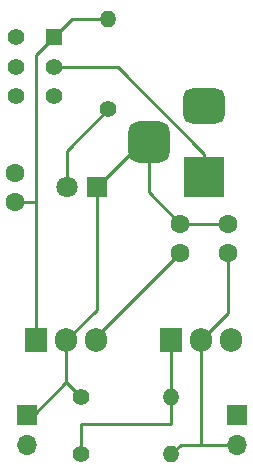
<source format=gbr>
%TF.GenerationSoftware,KiCad,Pcbnew,7.0.10*%
%TF.CreationDate,2024-02-03T20:27:23+03:00*%
%TF.ProjectId,PowerSupply,506f7765-7253-4757-9070-6c792e6b6963,1*%
%TF.SameCoordinates,Original*%
%TF.FileFunction,Copper,L1,Top*%
%TF.FilePolarity,Positive*%
%FSLAX46Y46*%
G04 Gerber Fmt 4.6, Leading zero omitted, Abs format (unit mm)*
G04 Created by KiCad (PCBNEW 7.0.10) date 2024-02-03 20:27:23*
%MOMM*%
%LPD*%
G01*
G04 APERTURE LIST*
G04 Aperture macros list*
%AMRoundRect*
0 Rectangle with rounded corners*
0 $1 Rounding radius*
0 $2 $3 $4 $5 $6 $7 $8 $9 X,Y pos of 4 corners*
0 Add a 4 corners polygon primitive as box body*
4,1,4,$2,$3,$4,$5,$6,$7,$8,$9,$2,$3,0*
0 Add four circle primitives for the rounded corners*
1,1,$1+$1,$2,$3*
1,1,$1+$1,$4,$5*
1,1,$1+$1,$6,$7*
1,1,$1+$1,$8,$9*
0 Add four rect primitives between the rounded corners*
20,1,$1+$1,$2,$3,$4,$5,0*
20,1,$1+$1,$4,$5,$6,$7,0*
20,1,$1+$1,$6,$7,$8,$9,0*
20,1,$1+$1,$8,$9,$2,$3,0*%
G04 Aperture macros list end*
%TA.AperFunction,ComponentPad*%
%ADD10R,1.700000X1.700000*%
%TD*%
%TA.AperFunction,ComponentPad*%
%ADD11O,1.700000X1.700000*%
%TD*%
%TA.AperFunction,ComponentPad*%
%ADD12O,1.905000X2.000000*%
%TD*%
%TA.AperFunction,ComponentPad*%
%ADD13R,1.905000X2.000000*%
%TD*%
%TA.AperFunction,ComponentPad*%
%ADD14C,1.400000*%
%TD*%
%TA.AperFunction,ComponentPad*%
%ADD15R,1.400000X1.400000*%
%TD*%
%TA.AperFunction,ComponentPad*%
%ADD16O,1.400000X1.400000*%
%TD*%
%TA.AperFunction,ComponentPad*%
%ADD17RoundRect,0.875000X-0.875000X0.875000X-0.875000X-0.875000X0.875000X-0.875000X0.875000X0.875000X0*%
%TD*%
%TA.AperFunction,ComponentPad*%
%ADD18RoundRect,0.750000X-1.000000X0.750000X-1.000000X-0.750000X1.000000X-0.750000X1.000000X0.750000X0*%
%TD*%
%TA.AperFunction,ComponentPad*%
%ADD19R,3.500000X3.500000*%
%TD*%
%TA.AperFunction,ComponentPad*%
%ADD20R,1.800000X1.800000*%
%TD*%
%TA.AperFunction,ComponentPad*%
%ADD21C,1.800000*%
%TD*%
%TA.AperFunction,ComponentPad*%
%ADD22C,1.600000*%
%TD*%
%TA.AperFunction,Conductor*%
%ADD23C,0.250000*%
%TD*%
G04 APERTURE END LIST*
D10*
%TO.P,J3,1,Pin_1*%
%TO.N,GND*%
X170434000Y-139187000D03*
D11*
%TO.P,J3,2,Pin_2*%
%TO.N,/3.3V*%
X170434000Y-141727000D03*
%TD*%
%TO.P,J2,2,Pin_2*%
%TO.N,/5V*%
X152654000Y-141727000D03*
D10*
%TO.P,J2,1,Pin_1*%
%TO.N,GND*%
X152654000Y-139187000D03*
%TD*%
D12*
%TO.P,U2,3,VI*%
%TO.N,/12V*%
X169926000Y-132771000D03*
%TO.P,U2,2,VO*%
%TO.N,/3.3V*%
X167386000Y-132771000D03*
D13*
%TO.P,U2,1,ADJ*%
%TO.N,Net-(U2-ADJ)*%
X164846000Y-132771000D03*
%TD*%
D12*
%TO.P,U1,3,VO*%
%TO.N,/5V*%
X158496000Y-132771000D03*
%TO.P,U1,2,GND*%
%TO.N,GND*%
X155956000Y-132771000D03*
D13*
%TO.P,U1,1,VI*%
%TO.N,/12V*%
X153416000Y-132771000D03*
%TD*%
D14*
%TO.P,SW1,6*%
%TO.N,N/C*%
X151640000Y-112188000D03*
%TO.P,SW1,5*%
X151640000Y-109688000D03*
%TO.P,SW1,4*%
X151640000Y-107188000D03*
%TO.P,SW1,3,C*%
%TO.N,unconnected-(SW1A-C-Pad3)*%
X154940000Y-112188000D03*
%TO.P,SW1,2,B*%
%TO.N,Net-(SW1A-B)*%
X154940000Y-109688000D03*
D15*
%TO.P,SW1,1,A*%
%TO.N,/12V*%
X154940000Y-107188000D03*
%TD*%
D14*
%TO.P,R3,1*%
%TO.N,GND*%
X157226000Y-137668000D03*
D16*
%TO.P,R3,2*%
%TO.N,Net-(U2-ADJ)*%
X164846000Y-137668000D03*
%TD*%
D14*
%TO.P,R2,1*%
%TO.N,Net-(D1-A)*%
X159512000Y-113284000D03*
D16*
%TO.P,R2,2*%
%TO.N,/12V*%
X159512000Y-105664000D03*
%TD*%
D14*
%TO.P,R1,1*%
%TO.N,Net-(U2-ADJ)*%
X157226000Y-142494000D03*
D16*
%TO.P,R1,2*%
%TO.N,/3.3V*%
X164846000Y-142494000D03*
%TD*%
D17*
%TO.P,J1,3*%
%TO.N,GND*%
X162940000Y-116030000D03*
D18*
%TO.P,J1,2*%
X167640000Y-113030000D03*
D19*
%TO.P,J1,1*%
%TO.N,Net-(SW1A-B)*%
X167640000Y-119030000D03*
%TD*%
D20*
%TO.P,D1,1,K*%
%TO.N,GND*%
X158501000Y-119888000D03*
D21*
%TO.P,D1,2,A*%
%TO.N,Net-(D1-A)*%
X155961000Y-119888000D03*
%TD*%
D22*
%TO.P,C3,2*%
%TO.N,GND*%
X165608000Y-122956000D03*
%TO.P,C3,1*%
%TO.N,/5V*%
X165608000Y-125456000D03*
%TD*%
%TO.P,C2,1*%
%TO.N,/3.3V*%
X169672000Y-125456000D03*
%TO.P,C2,2*%
%TO.N,GND*%
X169672000Y-122956000D03*
%TD*%
%TO.P,C1,1*%
%TO.N,/12V*%
X151638000Y-121138000D03*
%TO.P,C1,2*%
%TO.N,GND*%
X151638000Y-118638000D03*
%TD*%
D23*
%TO.N,GND*%
X153167000Y-139187000D02*
X155956000Y-136398000D01*
X152654000Y-139187000D02*
X153167000Y-139187000D01*
%TO.N,/5V*%
X152400000Y-141737000D02*
X153157000Y-141737000D01*
%TO.N,GND*%
X155956000Y-136398000D02*
X157226000Y-137668000D01*
X155956000Y-132771000D02*
X155956000Y-136398000D01*
%TO.N,/3.3V*%
X167386000Y-132771000D02*
X167386000Y-141727000D01*
X167386000Y-141727000D02*
X165613000Y-141727000D01*
X170434000Y-141727000D02*
X167386000Y-141727000D01*
X165613000Y-141727000D02*
X164846000Y-142494000D01*
%TO.N,Net-(U2-ADJ)*%
X164846000Y-139954000D02*
X157226000Y-139954000D01*
X164846000Y-137668000D02*
X164846000Y-139954000D01*
X157226000Y-139954000D02*
X157226000Y-143002000D01*
X164846000Y-132771000D02*
X164846000Y-137668000D01*
%TO.N,Net-(D1-A)*%
X155961000Y-116835000D02*
X155961000Y-119888000D01*
X159512000Y-113284000D02*
X155961000Y-116835000D01*
%TO.N,/12V*%
X156464000Y-105664000D02*
X154940000Y-107188000D01*
X159512000Y-105664000D02*
X156464000Y-105664000D01*
%TO.N,/3.3V*%
X169672000Y-130485000D02*
X167386000Y-132771000D01*
X169672000Y-125456000D02*
X169672000Y-130485000D01*
%TO.N,GND*%
X165608000Y-122956000D02*
X169672000Y-122956000D01*
X162940000Y-120288000D02*
X162940000Y-116030000D01*
X165608000Y-122956000D02*
X162940000Y-120288000D01*
%TO.N,/5V*%
X158496000Y-132568000D02*
X158496000Y-132771000D01*
X165608000Y-125456000D02*
X158496000Y-132568000D01*
%TO.N,GND*%
X158501000Y-130226000D02*
X155956000Y-132771000D01*
X158501000Y-119888000D02*
X158501000Y-130226000D01*
%TO.N,/12V*%
X153396000Y-121138000D02*
X153416000Y-121158000D01*
X151638000Y-121138000D02*
X153396000Y-121138000D01*
X153416000Y-121158000D02*
X153416000Y-132771000D01*
X153416000Y-108712000D02*
X153416000Y-121158000D01*
X154940000Y-107188000D02*
X153416000Y-108712000D01*
%TO.N,GND*%
X162359000Y-116030000D02*
X158501000Y-119888000D01*
X162940000Y-116030000D02*
X162359000Y-116030000D01*
%TO.N,Net-(SW1A-B)*%
X160298000Y-109688000D02*
X154940000Y-109688000D01*
X167640000Y-119030000D02*
X167640000Y-117030000D01*
X167640000Y-117030000D02*
X160298000Y-109688000D01*
%TD*%
M02*

</source>
